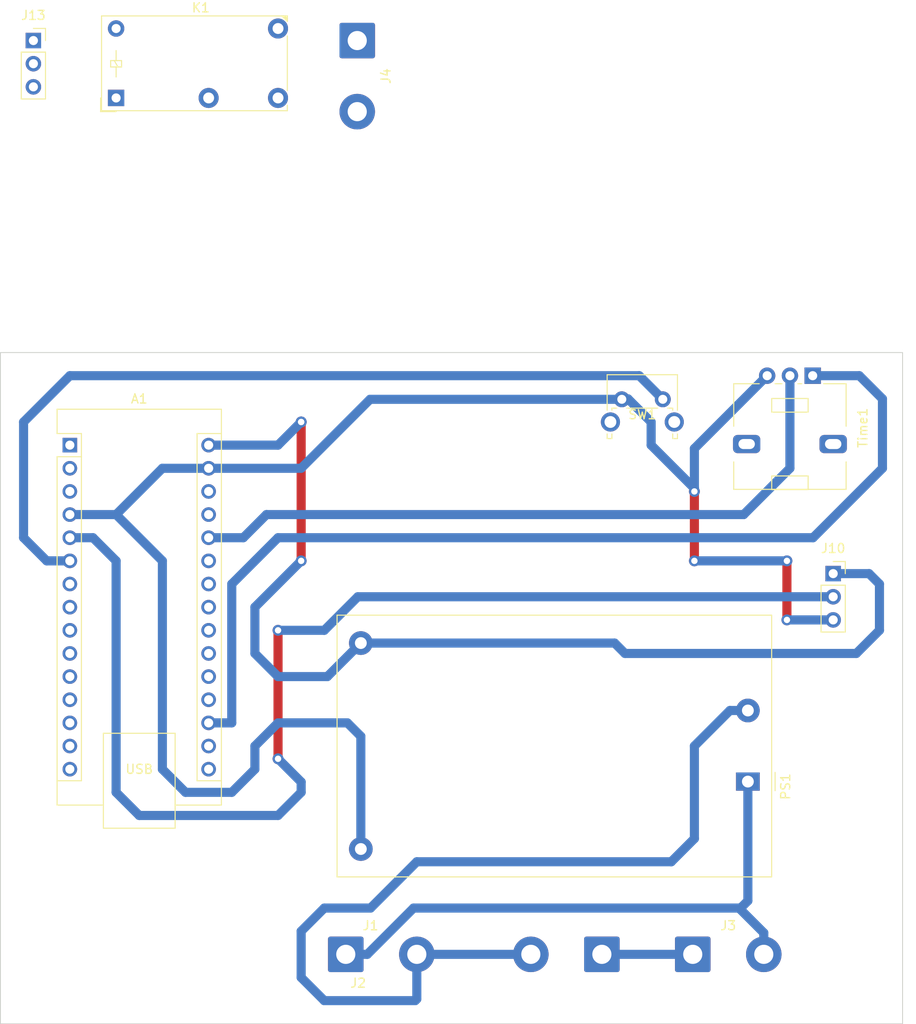
<source format=kicad_pcb>
(kicad_pcb (version 20221018) (generator pcbnew)
  (layers (0 "F.Cu" signal) (31 "B.Cu" signal) (34 "B.Paste" user) (35 "F.Paste" user) (36 "B.SilkS" user "B.Silkscreen") (37 "F.SilkS" user "F.Silkscreen") (38 "B.Mask" user) (39 "F.Mask" user) (44 "Edge.Cuts" user))
  (net 0 "")
  (net 2 "Net-(J13-Pin_3)")
  (net 3 "Net-(J13-Pin_2)")
  (net 4 "Net-(A1-AREF)")
  (net 5 "Net-(A1-A7)")
  (net 6 "Net-(J4-Pin_2)")
  (net 10 "Net-(A1-D2)")
  (net 11 "Net-(A1-D3)")
  (net 32 "Net-(A1-VIN)")
  (net 33 "Net-(J1-Pin_1)")
  (net 34 "Net-(J2-Pin_1)")
  (net 36 "Net-(J4-Pin_1)")
  (net 37 "GND")
  (net 38 "Net-(J1-Pin_2)")
  (footprint "Potentiometer_THT:Potentiometer_Alps_RK09L_Single_Vertical" (layer "F.Cu") (at 114.59 76.2 -90)
    (fp_text reference "Time1" (at 5.725 -5.5 90) (layer "F.SilkS"))
    (fp_text value "10k")
    (fp_line (start 0.88 -3.67) (end 0.88 -1.2) (stroke (width 0.12)) (layer "F.SilkS"))
    (fp_line (start 0.88 -3.67) (end 5.546 -3.67) (stroke (width 0.12)) (layer "F.SilkS"))
    (fp_line (start 0.88 1.2) (end 0.88 1.63) (stroke (width 0.12)) (layer "F.SilkS"))
    (fp_line (start 0.88 3.371) (end 0.88 4.13) (stroke (width 0.12)) (layer "F.SilkS"))
    (fp_line (start 0.88 5.87) (end 0.88 8.67) (stroke (width 0.12)) (layer "F.SilkS"))
    (fp_line (start 0.88 8.67) (end 5.546 8.67) (stroke (width 0.12)) (layer "F.SilkS"))
    (fp_line (start 9.455 -3.67) (end 12.47 -3.67) (stroke (width 0.12)) (layer "F.SilkS"))
    (fp_line (start 9.455 8.67) (end 12.47 8.67) (stroke (width 0.12)) (layer "F.SilkS"))
    (fp_line (start 12.47 -3.67) (end 12.47 8.67) (stroke (width 0.12)) (layer "F.SilkS"))
    (fp_rect (start 2.5 0.5) (end 4 4.5) (stroke (width 0.12)) (fill none) (layer "F.SilkS"))
    (fp_rect (start 11 0.5) (end 12.5 4.5) (stroke (width 0.12)) (fill none) (layer "F.SilkS"))
    (pad "1" thru_hole rect (at 0 0 270) (size 1.8 1.8) (drill 1) (layers "*.Cu" "*.Mask") (net 4 "Net-(A1-AREF)"))
    (pad "2" thru_hole circle (at 0 2.5 270) (size 1.8 1.8) (drill 1) (layers "*.Cu" "*.Mask") (net 5 "Net-(A1-A7)"))
    (pad "3" thru_hole circle (at 0 5 270) (size 1.8 1.8) (drill 1) (layers "*.Cu" "*.Mask") (net 37 "GND"))
    (pad "MP" thru_hole roundrect (at 7.5 -2.25 270) (size 2 3) (drill oval 1.1 1.8) (layers "*.Cu" "*.Mask"))
    (pad "MP" thru_hole roundrect (at 7.5 7.25 270) (size 2 3) (drill oval 1.1 1.8) (layers "*.Cu" "*.Mask"))
  )
  (footprint "Connector_PinSocket_2.54mm:PinSocket_1x03_P2.54mm_Vertical" (layer "F.Cu") (at 29.0175 39.4225)
    (fp_text reference "J13" (at 0 -2.77) (layer "F.SilkS"))
    (fp_text value "Relay")
    (fp_line (start -1.33 1.27) (end -1.33 6.41) (stroke (width 0.12)) (layer "F.SilkS"))
    (fp_line (start -1.33 1.27) (end 1.33 1.27) (stroke (width 0.12)) (layer "F.SilkS"))
    (fp_line (start -1.33 6.41) (end 1.33 6.41) (stroke (width 0.12)) (layer "F.SilkS"))
    (fp_line (start 0 -1.33) (end 1.33 -1.33) (stroke (width 0.12)) (layer "F.SilkS"))
    (fp_line (start 1.33 -1.33) (end 1.33 0) (stroke (width 0.12)) (layer "F.SilkS"))
    (fp_line (start 1.33 1.27) (end 1.33 6.41) (stroke (width 0.12)) (layer "F.SilkS"))
    (pad "1" thru_hole rect (at 0 0) (size 1.7 1.7) (drill 1) (layers "*.Cu" "*.Mask"))
    (pad "2" thru_hole oval (at 0 2.54) (size 1.7 1.7) (drill 1) (layers "*.Cu" "*.Mask") (net 3 "Net-(J13-Pin_2)"))
    (pad "3" thru_hole oval (at 0 5.08) (size 1.7 1.7) (drill 1) (layers "*.Cu" "*.Mask") (net 2 "Net-(J13-Pin_3)"))
  )
  (footprint "Relay_THT:Relay_SPDT_Finder_32.21-x000" (layer "F.Cu") (at 38.1 45.72)
    (fp_text reference "K1" (at 9.3 -9.9) (layer "F.SilkS"))
    (fp_text value "5V Relay Module")
    (fp_line (start -1.7 1.5) (end -1.7 0) (stroke (width 0.12)) (layer "F.SilkS"))
    (fp_line (start -1.6 -9) (end 18.8 -9) (stroke (width 0.12)) (layer "F.SilkS"))
    (fp_line (start -1.6 1.4) (end -1.6 -9) (stroke (width 0.12)) (layer "F.SilkS"))
    (fp_line (start -0.6 -4.1) (end -0.6 -3.4) (stroke (width 0.12)) (layer "F.SilkS"))
    (fp_line (start -0.6 -3.4) (end 0.6 -3.4) (stroke (width 0.12)) (layer "F.SilkS"))
    (fp_line (start 0 -4.1) (end 0 -5.2) (stroke (width 0.12)) (layer "F.SilkS"))
    (fp_line (start 0 -3.4) (end 0 -2.3) (stroke (width 0.12)) (layer "F.SilkS"))
    (fp_line (start 0 1.5) (end -1.7 1.5) (stroke (width 0.12)) (layer "F.SilkS"))
    (fp_line (start 0.2 -3.4) (end -0.2 -4.1) (stroke (width 0.12)) (layer "F.SilkS"))
    (fp_line (start 0.6 -4.1) (end -0.6 -4.1) (stroke (width 0.12)) (layer "F.SilkS"))
    (fp_line (start 0.6 -3.4) (end 0.6 -4.1) (stroke (width 0.12)) (layer "F.SilkS"))
    (fp_line (start 18.2 -9) (end 18.8 -8.4) (stroke (width 0.12)) (layer "F.SilkS"))
    (fp_line (start 18.6 -9) (end 18.8 -8.8) (stroke (width 0.12)) (layer "F.SilkS"))
    (fp_line (start 18.8 -9) (end 18.8 -8.4) (stroke (width 0.12)) (layer "F.SilkS"))
    (fp_line (start 18.8 -8.7) (end 18.4 -9) (stroke (width 0.12)) (layer "F.SilkS"))
    (fp_line (start 18.8 -8.6) (end 18.4 -9) (stroke (width 0.12)) (layer "F.SilkS"))
    (fp_line (start 18.8 -8.5) (end 18.3 -9) (stroke (width 0.12)) (layer "F.SilkS"))
    (fp_line (start 18.8 -6.8) (end 18.8 -0.8) (stroke (width 0.12)) (layer "F.SilkS"))
    (fp_line (start 18.8 0.8) (end 18.8 1.4) (stroke (width 0.12)) (layer "F.SilkS"))
    (fp_line (start 18.8 1.4) (end -1.6 1.4) (stroke (width 0.12)) (layer "F.SilkS"))
    (pad "11" thru_hole circle (at 10.16 0 90) (size 2.2 2.2) (drill 1.2) (layers "*.Cu" "*.Mask") (net 36 "Net-(J4-Pin_1)"))
    (pad "12" thru_hole circle (at 17.78 -7.62 90) (size 2.2 2.2) (drill 1.2) (layers "*.Cu" "*.Mask"))
    (pad "14" thru_hole circle (at 17.78 0 90) (size 2.2 2.2) (drill 1.2) (layers "*.Cu" "*.Mask") (net 6 "Net-(J4-Pin_2)"))
    (pad "A1" thru_hole rect (at 0 0 90) (size 1.8 1.8) (drill 1) (layers "*.Cu" "*.Mask") (net 2 "Net-(J13-Pin_3)"))
    (pad "A2" thru_hole circle (at 0 -7.62 90) (size 1.8 1.8) (drill 1) (layers "*.Cu" "*.Mask") (net 3 "Net-(J13-Pin_2)"))
  )
  (footprint "Button_Switch_THT:SW_Tactile_SPST_Angled_PTS645Vx83-2LFS" (layer "F.Cu") (at 93.63 78.79)
    (fp_text reference "SW1" (at 2.25 1.68) (layer "F.SilkS"))
    (fp_text value "Start")
    (fp_line (start -1.61 -2.7) (end -1.61 1.2) (stroke (width 0.12)) (layer "F.SilkS"))
    (fp_line (start -1.61 -2.7) (end 6.11 -2.7) (stroke (width 0.12)) (layer "F.SilkS"))
    (fp_line (start -1.61 3.8) (end -1.61 4.31) (stroke (width 0.12)) (layer "F.SilkS"))
    (fp_line (start -1.61 4.31) (end -1.09 4.31) (stroke (width 0.12)) (layer "F.SilkS"))
    (fp_line (start -1.09 0.97) (end -1.09 1.2) (stroke (width 0.12)) (layer "F.SilkS"))
    (fp_line (start -1.09 0.97) (end -0.55 0.97) (stroke (width 0.12)) (layer "F.SilkS"))
    (fp_line (start -1.09 3.8) (end -1.09 4.31) (stroke (width 0.12)) (layer "F.SilkS"))
    (fp_line (start 0.55 0.97) (end 3.95 0.97) (stroke (width 0.12)) (layer "F.SilkS"))
    (fp_line (start 5.05 0.97) (end 5.59 0.97) (stroke (width 0.12)) (layer "F.SilkS"))
    (fp_line (start 5.59 0.97) (end 5.59 1.2) (stroke (width 0.12)) (layer "F.SilkS"))
    (fp_line (start 5.59 3.8) (end 5.59 4.31) (stroke (width 0.12)) (layer "F.SilkS"))
    (fp_line (start 5.59 4.31) (end 6.11 4.31) (stroke (width 0.12)) (layer "F.SilkS"))
    (fp_line (start 6.11 -2.7) (end 6.11 1.2) (stroke (width 0.12)) (layer "F.SilkS"))
    (fp_line (start 6.11 3.8) (end 6.11 4.31) (stroke (width 0.12)) (layer "F.SilkS"))
    (pad "" thru_hole circle (at -1.25 2.49) (size 2.1 2.1) (drill 1.3) (layers "*.Cu" "*.Mask"))
    (pad "" thru_hole circle (at 5.76 2.49) (size 2.1 2.1) (drill 1.3) (layers "*.Cu" "*.Mask"))
    (pad "1" thru_hole circle (at 0 0) (size 1.75 1.75) (drill 0.99) (layers "*.Cu" "*.Mask") (net 37 "GND"))
    (pad "2" thru_hole circle (at 4.5 0) (size 1.75 1.75) (drill 0.99) (layers "*.Cu" "*.Mask") (net 11 "Net-(A1-D3)"))
  )
  (footprint "Module:Arduino_Nano" (layer "F.Cu") (at 33.02 83.82)
    (fp_text reference "A1" (at 7.62 -5.08) (layer "F.SilkS"))
    (fp_text value "Arduino_Nano_Every")
    (fp_text user "USB" (at 7.62 35.56 unlocked) (layer "F.SilkS"))
    (fp_line (start -1.4 -3.94) (end -1.4 -1.27) (stroke (width 0.12)) (layer "F.SilkS"))
    (fp_line (start -1.4 1.27) (end -1.4 39.5) (stroke (width 0.12)) (layer "F.SilkS"))
    (fp_line (start -1.4 39.5) (end 3.68 39.5) (stroke (width 0.12)) (layer "F.SilkS"))
    (fp_line (start 1.27 -1.27) (end -1.4 -1.27) (stroke (width 0.12)) (layer "F.SilkS"))
    (fp_line (start 1.27 1.27) (end -1.4 1.27) (stroke (width 0.12)) (layer "F.SilkS"))
    (fp_line (start 1.27 1.27) (end 1.27 -1.27) (stroke (width 0.12)) (layer "F.SilkS"))
    (fp_line (start 1.27 1.27) (end 1.27 36.83) (stroke (width 0.12)) (layer "F.SilkS"))
    (fp_line (start 1.27 36.83) (end -1.4 36.83) (stroke (width 0.12)) (layer "F.SilkS"))
    (fp_line (start 3.68 31.62) (end 11.56 31.62) (stroke (width 0.12)) (layer "F.SilkS"))
    (fp_line (start 3.68 42.04) (end 3.68 31.62) (stroke (width 0.12)) (layer "F.SilkS"))
    (fp_line (start 11.56 31.62) (end 11.56 42.04) (stroke (width 0.12)) (layer "F.SilkS"))
    (fp_line (start 11.56 42.04) (end 3.68 42.04) (stroke (width 0.12)) (layer "F.SilkS"))
    (fp_line (start 13.97 -1.27) (end 13.97 36.83) (stroke (width 0.12)) (layer "F.SilkS"))
    (fp_line (start 13.97 -1.27) (end 16.64 -1.27) (stroke (width 0.12)) (layer "F.SilkS"))
    (fp_line (start 13.97 36.83) (end 16.64 36.83) (stroke (width 0.12)) (layer "F.SilkS"))
    (fp_line (start 16.64 -3.94) (end -1.4 -3.94) (stroke (width 0.12)) (layer "F.SilkS"))
    (fp_line (start 16.64 39.5) (end 11.56 39.5) (stroke (width 0.12)) (layer "F.SilkS"))
    (fp_line (start 16.64 39.5) (end 16.64 -3.94) (stroke (width 0.12)) (layer "F.SilkS"))
    (pad "1" thru_hole rect (at 0 0) (size 1.6 1.6) (drill 1) (layers "*.Cu" "*.Mask"))
    (pad "2" thru_hole oval (at 0 2.54) (size 1.6 1.6) (drill 1) (layers "*.Cu" "*.Mask"))
    (pad "3" thru_hole oval (at 0 5.08) (size 1.6 1.6) (drill 1) (layers "*.Cu" "*.Mask"))
    (pad "4" thru_hole oval (at 0 7.62) (size 1.6 1.6) (drill 1) (layers "*.Cu" "*.Mask") (net 37 "GND"))
    (pad "5" thru_hole oval (at 0 10.16) (size 1.6 1.6) (drill 1) (layers "*.Cu" "*.Mask") (net 10 "Net-(A1-D2)"))
    (pad "6" thru_hole oval (at 0 12.7) (size 1.6 1.6) (drill 1) (layers "*.Cu" "*.Mask") (net 11 "Net-(A1-D3)"))
    (pad "7" thru_hole oval (at 0 15.24) (size 1.6 1.6) (drill 1) (layers "*.Cu" "*.Mask"))
    (pad "8" thru_hole oval (at 0 17.78) (size 1.6 1.6) (drill 1) (layers "*.Cu" "*.Mask"))
    (pad "9" thru_hole oval (at 0 20.32) (size 1.6 1.6) (drill 1) (layers "*.Cu" "*.Mask"))
    (pad "10" thru_hole oval (at 0 22.86) (size 1.6 1.6) (drill 1) (layers "*.Cu" "*.Mask"))
    (pad "11" thru_hole oval (at 0 25.4) (size 1.6 1.6) (drill 1) (layers "*.Cu" "*.Mask"))
    (pad "12" thru_hole oval (at 0 27.94) (size 1.6 1.6) (drill 1) (layers "*.Cu" "*.Mask"))
    (pad "13" thru_hole oval (at 0 30.48) (size 1.6 1.6) (drill 1) (layers "*.Cu" "*.Mask"))
    (pad "14" thru_hole oval (at 0 33.02) (size 1.6 1.6) (drill 1) (layers "*.Cu" "*.Mask"))
    (pad "15" thru_hole oval (at 0 35.56) (size 1.6 1.6) (drill 1) (layers "*.Cu" "*.Mask"))
    (pad "16" thru_hole oval (at 15.24 35.56) (size 1.6 1.6) (drill 1) (layers "*.Cu" "*.Mask"))
    (pad "17" thru_hole oval (at 15.24 33.02) (size 1.6 1.6) (drill 1) (layers "*.Cu" "*.Mask"))
    (pad "18" thru_hole oval (at 15.24 30.48) (size 1.6 1.6) (drill 1) (layers "*.Cu" "*.Mask") (net 4 "Net-(A1-AREF)"))
    (pad "19" thru_hole oval (at 15.24 27.94) (size 1.6 1.6) (drill 1) (layers "*.Cu" "*.Mask"))
    (pad "20" thru_hole oval (at 15.24 25.4) (size 1.6 1.6) (drill 1) (layers "*.Cu" "*.Mask"))
    (pad "21" thru_hole oval (at 15.24 22.86) (size 1.6 1.6) (drill 1) (layers "*.Cu" "*.Mask"))
    (pad "22" thru_hole oval (at 15.24 20.32) (size 1.6 1.6) (drill 1) (layers "*.Cu" "*.Mask"))
    (pad "23" thru_hole oval (at 15.24 17.78) (size 1.6 1.6) (drill 1) (layers "*.Cu" "*.Mask"))
    (pad "24" thru_hole oval (at 15.24 15.24) (size 1.6 1.6) (drill 1) (layers "*.Cu" "*.Mask"))
    (pad "25" thru_hole oval (at 15.24 12.7) (size 1.6 1.6) (drill 1) (layers "*.Cu" "*.Mask"))
    (pad "26" thru_hole oval (at 15.24 10.16) (size 1.6 1.6) (drill 1) (layers "*.Cu" "*.Mask") (net 5 "Net-(A1-A7)"))
    (pad "27" thru_hole oval (at 15.24 7.62) (size 1.6 1.6) (drill 1) (layers "*.Cu" "*.Mask"))
    (pad "28" thru_hole oval (at 15.24 5.08) (size 1.6 1.6) (drill 1) (layers "*.Cu" "*.Mask"))
    (pad "29" thru_hole oval (at 15.24 2.54) (size 1.6 1.6) (drill 1) (layers "*.Cu" "*.Mask") (net 37 "GND"))
    (pad "30" thru_hole oval (at 15.24 0) (size 1.6 1.6) (drill 1) (layers "*.Cu" "*.Mask") (net 32 "Net-(A1-VIN)"))
  )
  (footprint "Connector_PinSocket_2.54mm:PinSocket_1x03_P2.54mm_Vertical" (layer "F.Cu") (at 116.84 97.92)
    (fp_text reference "J10" (at 0 -2.77) (layer "F.SilkS"))
    (fp_text value "Relay command")
    (fp_line (start -1.33 1.27) (end -1.33 6.41) (stroke (width 0.12)) (layer "F.SilkS"))
    (fp_line (start -1.33 1.27) (end 1.33 1.27) (stroke (width 0.12)) (layer "F.SilkS"))
    (fp_line (start -1.33 6.41) (end 1.33 6.41) (stroke (width 0.12)) (layer "F.SilkS"))
    (fp_line (start 0 -1.33) (end 1.33 -1.33) (stroke (width 0.12)) (layer "F.SilkS"))
    (fp_line (start 1.33 -1.33) (end 1.33 0) (stroke (width 0.12)) (layer "F.SilkS"))
    (fp_line (start 1.33 1.27) (end 1.33 6.41) (stroke (width 0.12)) (layer "F.SilkS"))
    (pad "1" thru_hole rect (at 0 0) (size 1.7 1.7) (drill 1) (layers "*.Cu" "*.Mask") (net 32 "Net-(A1-VIN)"))
    (pad "2" thru_hole oval (at 0 2.54) (size 1.7 1.7) (drill 1) (layers "*.Cu" "*.Mask") (net 10 "Net-(A1-D2)"))
    (pad "3" thru_hole oval (at 0 5.08) (size 1.7 1.7) (drill 1) (layers "*.Cu" "*.Mask") (net 37 "GND"))
  )
  (footprint "Connector_Wire:SolderWire-1.5sqmm_1x02_P7.8mm_D1.7mm_OD3.9mm" (layer "F.Cu") (at 64.5775 39.4225 -90)
    (fp_text reference "J4" (at 3.9 -3.15 90) (layer "F.SilkS"))
    (fp_text value "Conn_01x02_Socket")
    (pad "1" thru_hole roundrect (at 0 0 270) (size 3.9 3.9) (drill 2.1) (layers "*.Cu" "*.Mask") (roundrect_rratio 0.064103) (net 36 "Net-(J4-Pin_1)"))
    (pad "2" thru_hole circle (at 7.8 0 270) (size 3.9 3.9) (drill 2.1) (layers "*.Cu" "*.Mask") (net 6 "Net-(J4-Pin_2)"))
  )
  (footprint "Connector_Wire:SolderWire-1.5sqmm_1x02_P7.8mm_D1.7mm_OD3.9mm" (layer "F.Cu") (at 63.32 139.7)
    (fp_text reference "J1" (at 2.72 -3.15) (layer "F.SilkS"))
    (fp_text value "230V Input")
    (pad "1" thru_hole roundrect (at 0 0) (size 3.9 3.9) (drill 2.1) (layers "*.Cu" "*.Mask") (roundrect_rratio 0.064103) (net 33 "Net-(J1-Pin_1)"))
    (pad "2" thru_hole circle (at 7.8 0) (size 3.9 3.9) (drill 2.1) (layers "*.Cu" "*.Mask") (net 38 "Net-(J1-Pin_2)"))
  )
  (footprint "Converter_ACDC:Converter_ACDC_HiLink_HLK-10Mxx" (layer "F.Cu") (at 107.4725 120.74 180)
    (fp_text reference "PS1" (at -4.14 -0.55 90) (layer "F.SilkS"))
    (fp_text value "HLK-10M24")
    (fp_line (start -2.99 -1) (end -2.99 1.01) (stroke (width 0.12)) (layer "F.SilkS"))
    (fp_line (start -2.61 -10.46) (end -2.61 18.26) (stroke (width 0.12)) (layer "F.SilkS"))
    (fp_line (start -2.6 18.26) (end 45.11 18.26) (stroke (width 0.12)) (layer "F.SilkS"))
    (fp_line (start 45.11 -10.46) (end -2.6 -10.46) (stroke (width 0.12)) (layer "F.SilkS"))
    (fp_line (start 45.11 18.26) (end 45.11 -10.46) (stroke (width 0.12)) (layer "F.SilkS"))
    (pad "1" thru_hole rect (at 0 0 180) (size 2.6 2) (drill 1.3) (layers "*.Cu" "*.Mask") (net 33 "Net-(J1-Pin_1)"))
    (pad "2" thru_hole circle (at 0 7.8 180) (size 2.6 2.6) (drill 1.3) (layers "*.Cu" "*.Mask") (net 38 "Net-(J1-Pin_2)"))
    (pad "3" thru_hole circle (at 42.5 -7.4 180) (size 2.6 2.6) (drill 1.3) (layers "*.Cu" "*.Mask") (net 37 "GND"))
    (pad "4" thru_hole circle (at 42.5 15.2 180) (size 2.6 2.6) (drill 1.3) (layers "*.Cu" "*.Mask") (net 32 "Net-(A1-VIN)"))
  )
  (footprint "Connector_Wire:SolderWire-1.5sqmm_1x02_P7.8mm_D1.7mm_OD3.9mm" (layer "F.Cu") (at 101.42 139.7)
    (fp_text reference "J3" (at 3.9 -3.15) (layer "F.SilkS"))
    (fp_text value "Relay NO contact")
    (pad "1" thru_hole roundrect (at 0 0) (size 3.9 3.9) (drill 2.1) (layers "*.Cu" "*.Mask") (roundrect_rratio 0.064103) (net 34 "Net-(J2-Pin_1)"))
    (pad "2" thru_hole circle (at 7.8 0) (size 3.9 3.9) (drill 2.1) (layers "*.Cu" "*.Mask") (net 33 "Net-(J1-Pin_1)"))
  )
  (footprint "Connector_Wire:SolderWire-1.5sqmm_1x02_P7.8mm_D1.7mm_OD3.9mm" (layer "F.Cu") (at 91.44 139.7 180)
    (fp_text reference "J2" (at 26.76 -3.15) (layer "F.SilkS"))
    (fp_text value "230V Output")
    (pad "1" thru_hole roundrect (at 0 0 180) (size 3.9 3.9) (drill 2.1) (layers "*.Cu" "*.Mask") (roundrect_rratio 0.064103) (net 34 "Net-(J2-Pin_1)"))
    (pad "2" thru_hole circle (at 7.8 0 180) (size 3.9 3.9) (drill 2.1) (layers "*.Cu" "*.Mask") (net 38 "Net-(J1-Pin_2)"))
  )
  (gr_rect (start 25.4 73.66) (end 124.46 147.32) (stroke (width 0.1)) (fill none) (layer "Edge.Cuts"))
  (segment (start 50.8 114.3) (end 50.8 99.06) (width 1) (layer "B.Cu") (net 4))
  (segment (start 122.25 86.36) (end 122.25 78.74) (width 1) (layer "B.Cu") (net 4))
  (segment (start 50.8 99.06) (end 55.88 93.98) (width 1) (layer "B.Cu") (net 4))
  (segment (start 55.88 93.98) (end 114.63 93.98) (width 1) (layer "B.Cu") (net 4))
  (segment (start 119.71 76.2) (end 114.59 76.2) (width 1) (layer "B.Cu") (net 4))
  (segment (start 48.26 114.3) (end 50.8 114.3) (width 1) (layer "B.Cu") (net 4))
  (segment (start 114.63 93.98) (end 122.25 86.36) (width 1) (layer "B.Cu") (net 4))
  (segment (start 122.25 78.74) (end 119.71 76.2) (width 1) (layer "B.Cu") (net 4))
  (segment (start 112.09 86.36) (end 112.09 76.2) (width 1) (layer "B.Cu") (net 5))
  (segment (start 48.26 93.98) (end 52.07 93.98) (width 1) (layer "B.Cu") (net 5))
  (segment (start 52.07 93.98) (end 54.61 91.44) (width 1) (layer "B.Cu") (net 5))
  (segment (start 54.61 91.44) (end 107.01 91.44) (width 1) (layer "B.Cu") (net 5))
  (segment (start 107.01 91.44) (end 112.09 86.36) (width 1) (layer "B.Cu") (net 5))
  (segment (start 55.88 118.24) (end 55.88 104.14) (width 1) (layer "F.Cu") (net 10))
  (via (at 55.88 118.24) (size 1.2) (drill 0.7) (layers "F.Cu" "B.Cu") (net 10))
  (via (at 55.88 104.14) (size 1.2) (drill 0.7) (layers "F.Cu" "B.Cu") (net 10))
  (segment (start 60.96 104.14) (end 55.88 104.14) (width 1) (layer "B.Cu") (net 10))
  (segment (start 38.1 96.52) (end 35.56 93.98) (width 1) (layer "B.Cu") (net 10))
  (segment (start 64.64 100.46) (end 60.96 104.14) (width 1) (layer "B.Cu") (net 10))
  (segment (start 38.1 121.92) (end 38.1 96.52) (width 1) (layer "B.Cu") (net 10))
  (segment (start 58.42 120.78) (end 58.42 121.92) (width 1) (layer "B.Cu") (net 10))
  (segment (start 58.42 121.92) (end 55.88 124.46) (width 1) (layer "B.Cu") (net 10))
  (segment (start 55.88 124.46) (end 40.64 124.46) (width 1) (layer "B.Cu") (net 10))
  (segment (start 40.64 124.46) (end 38.1 121.92) (width 1) (layer "B.Cu") (net 10))
  (segment (start 55.88 118.24) (end 58.42 120.78) (width 1) (layer "B.Cu") (net 10))
  (segment (start 35.56 93.98) (end 33.02 93.98) (width 1) (layer "B.Cu") (net 10))
  (segment (start 116.84 100.46) (end 64.64 100.46) (width 1) (layer "B.Cu") (net 10))
  (segment (start 27.94 93.98) (end 30.48 96.52) (width 1) (layer "B.Cu") (net 11))
  (segment (start 27.94 81.28) (end 27.94 93.98) (width 1) (layer "B.Cu") (net 11))
  (segment (start 33.02 76.2) (end 27.94 81.28) (width 1) (layer "B.Cu") (net 11))
  (segment (start 95.54 76.2) (end 33.02 76.2) (width 1) (layer "B.Cu") (net 11))
  (segment (start 98.13 78.79) (end 95.54 76.2) (width 1) (layer "B.Cu") (net 11))
  (segment (start 30.48 96.52) (end 33.02 96.52) (width 1) (layer "B.Cu") (net 11))
  (segment (start 58.42 81.28) (end 58.42 96.52) (width 1) (layer "F.Cu") (net 32))
  (via (at 58.42 96.52) (size 1.2) (drill 0.7) (layers "F.Cu" "B.Cu") (net 32))
  (via (at 58.42 81.28) (size 1.2) (drill 0.7) (layers "F.Cu" "B.Cu") (net 32))
  (via (at 58.42 81.28) (size 1.2) (drill 0.7) (layers "F.Cu" "B.Cu") (net 32))
  (segment (start 93.98 106.68) (end 119.38 106.68) (width 1) (layer "B.Cu") (net 32))
  (segment (start 92.84 105.54) (end 93.98 106.68) (width 1) (layer "B.Cu") (net 32))
  (segment (start 119.38 106.68) (end 121.92 104.14) (width 1) (layer "B.Cu") (net 32))
  (segment (start 120.78 97.92) (end 116.84 97.92) (width 1) (layer "B.Cu") (net 32))
  (segment (start 64.9725 105.54) (end 92.84 105.54) (width 1) (layer "B.Cu") (net 32))
  (segment (start 121.92 99.06) (end 120.78 97.92) (width 1) (layer "B.Cu") (net 32))
  (segment (start 121.92 104.14) (end 121.92 99.06) (width 1) (layer "B.Cu") (net 32))
  (segment (start 55.88 109.22) (end 61.2925 109.22) (width 1) (layer "B.Cu") (net 32))
  (segment (start 53.34 101.6) (end 53.34 106.68) (width 1) (layer "B.Cu") (net 32))
  (segment (start 48.26 83.82) (end 55.88 83.82) (width 1) (layer "B.Cu") (net 32))
  (segment (start 53.34 106.68) (end 55.88 109.22) (width 1) (layer "B.Cu") (net 32))
  (segment (start 55.88 83.82) (end 58.42 81.28) (width 1) (layer "B.Cu") (net 32))
  (segment (start 58.42 96.52) (end 53.34 101.6) (width 1) (layer "B.Cu") (net 32))
  (segment (start 61.2925 109.22) (end 64.9725 105.54) (width 1) (layer "B.Cu") (net 32))
  (segment (start 106.59 134.71) (end 106.5 134.62) (width 1) (layer "B.Cu") (net 33))
  (segment (start 106.5 134.62) (end 70.76 134.62) (width 1) (layer "B.Cu") (net 33))
  (segment (start 70.76 134.62) (end 65.68 139.7) (width 1) (layer "B.Cu") (net 33))
  (segment (start 107.4725 133.8275) (end 106.59 134.71) (width 1) (layer "B.Cu") (net 33))
  (segment (start 109.22 139.7) (end 109.22 137.34) (width 1) (layer "B.Cu") (net 33))
  (segment (start 65.68 139.7) (end 63.32 139.7) (width 1) (layer "B.Cu") (net 33))
  (segment (start 109.22 137.34) (end 106.59 134.71) (width 1) (layer "B.Cu") (net 33))
  (segment (start 107.4725 120.74) (end 107.4725 133.8275) (width 1) (layer "B.Cu") (net 33))
  (segment (start 91.44 139.7) (end 101.42 139.7) (width 1) (layer "B.Cu") (net 34))
  (segment (start 111.76 103) (end 111.76 96.52) (width 1) (layer "F.Cu") (net 37))
  (segment (start 101.6 88.9) (end 101.6 96.52) (width 1) (layer "F.Cu") (net 37))
  (via (at 111.76 103) (size 1.2) (drill 0.7) (layers "F.Cu" "B.Cu") (net 37))
  (via (at 101.6 88.9) (size 1.2) (drill 0.7) (layers "F.Cu" "B.Cu") (net 37))
  (via (at 111.76 96.52) (size 1.2) (drill 0.7) (layers "F.Cu" "B.Cu") (net 37))
  (via (at 101.6 96.52) (size 1.2) (drill 0.7) (layers "F.Cu" "B.Cu") (net 37))
  (segment (start 101.6 84.19) (end 109.59 76.2) (width 1) (layer "B.Cu") (net 37))
  (segment (start 101.6 88.9) (end 101.6 88.57) (width 1) (layer "B.Cu") (net 37))
  (segment (start 101.6 88.57) (end 96.85 83.82) (width 1) (layer "B.Cu") (net 37))
  (segment (start 50.8 121.92) (end 45.72 121.92) (width 1) (layer "B.Cu") (net 37))
  (segment (start 93.58 78.74) (end 93.63 78.79) (width 1) (layer "B.Cu") (net 37))
  (segment (start 96.85 81.28) (end 94.31 78.74) (width 1) (layer "B.Cu") (net 37))
  (segment (start 94.31 78.74) (end 93.68 78.74) (width 1) (layer "B.Cu") (net 37))
  (segment (start 64.9725 115.7725) (end 63.5 114.3) (width 1) (layer "B.Cu") (net 37))
  (segment (start 116.84 103) (end 111.76 103) (width 1) (layer "B.Cu") (net 37))
  (segment (start 58.42 86.36) (end 65.99 78.79) (width 1) (layer "B.Cu") (net 37))
  (segment (start 38.1 91.44) (end 43.18 86.36) (width 1) (layer "B.Cu") (net 37))
  (segment (start 43.18 86.36) (end 58.42 86.36) (width 1) (layer "B.Cu") (net 37))
  (segment (start 93.68 78.74) (end 93.63 78.79) (width 1) (layer "B.Cu") (net 37))
  (segment (start 101.6 88.9) (end 101.6 84.19) (width 1) (layer "B.Cu") (net 37))
  (segment (start 64.9725 128.14) (end 64.9725 115.7725) (width 1) (layer "B.Cu") (net 37))
  (segment (start 45.72 121.92) (end 43.18 119.38) (width 1) (layer "B.Cu") (net 37))
  (segment (start 43.18 119.38) (end 43.18 96.52) (width 1) (layer "B.Cu") (net 37))
  (segment (start 53.34 119.38) (end 50.8 121.92) (width 1) (layer "B.Cu") (net 37))
  (segment (start 53.34 116.84) (end 53.34 119.38) (width 1) (layer "B.Cu") (net 37))
  (segment (start 63.5 114.3) (end 55.88 114.3) (width 1) (layer "B.Cu") (net 37))
  (segment (start 96.85 83.82) (end 96.85 81.28) (width 1) (layer "B.Cu") (net 37))
  (segment (start 65.99 78.79) (end 93.63 78.79) (width 1) (layer "B.Cu") (net 37))
  (segment (start 43.18 96.52) (end 38.1 91.44) (width 1) (layer "B.Cu") (net 37))
  (segment (start 55.88 114.3) (end 53.34 116.84) (width 1) (layer "B.Cu") (net 37))
  (segment (start 33.02 91.44) (end 38.1 91.44) (width 1) (layer "B.Cu") (net 37))
  (segment (start 101.6 96.52) (end 111.76 96.52) (width 1) (layer "B.Cu") (net 37))
  (segment (start 70.94 144.78) (end 71.12 144.6) (width 1) (layer "B.Cu") (net 38))
  (segment (start 101.6 116.84) (end 101.6 127) (width 1) (layer "B.Cu") (net 38))
  (segment (start 60.96 134.62) (end 58.42 137.16) (width 1) (layer "B.Cu") (net 38))
  (segment (start 99.06 129.54) (end 71.12 129.54) (width 1) (layer "B.Cu") (net 38))
  (segment (start 60.96 144.78) (end 70.94 144.78) (width 1) (layer "B.Cu") (net 38))
  (segment (start 101.6 127) (end 99.06 129.54) (width 1) (layer "B.Cu") (net 38))
  (segment (start 83.64 139.7) (end 71.12 139.7) (width 1) (layer "B.Cu") (net 38))
  (segment (start 107.4725 112.94) (end 105.5 112.94) (width 1) (layer "B.Cu") (net 38))
  (segment (start 71.12 144.6) (end 71.12 139.7) (width 1) (layer "B.Cu") (net 38))
  (segment (start 66.04 134.62) (end 60.96 134.62) (width 1) (layer "B.Cu") (net 38))
  (segment (start 58.42 137.16) (end 58.42 142.24) (width 1) (layer "B.Cu") (net 38))
  (segment (start 58.42 142.24) (end 60.96 144.78) (width 1) (layer "B.Cu") (net 38))
  (segment (start 71.12 129.54) (end 66.04 134.62) (width 1) (layer "B.Cu") (net 38))
  (segment (start 105.5 112.94) (end 101.6 116.84) (width 1) (layer "B.Cu") (net 38))
)
</source>
